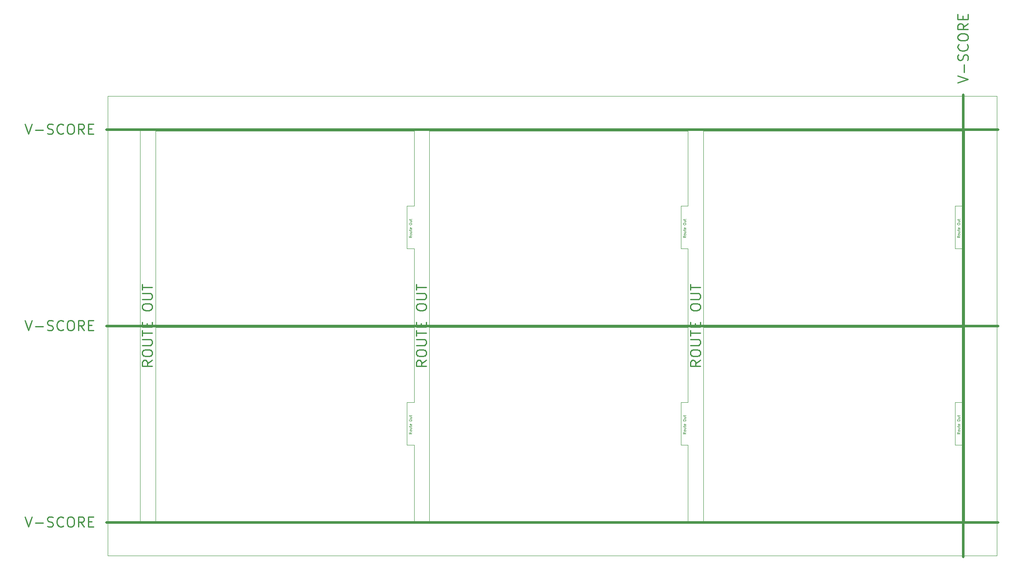
<source format=gko>
%TF.GenerationSoftware,KiCad,Pcbnew,7.0.6*%
%TF.CreationDate,2024-01-05T19:18:28-07:00*%
%TF.ProjectId,SparkFun_NEO-F10N_panelized,53706172-6b46-4756-9e5f-4e454f2d4631,rev?*%
%TF.SameCoordinates,Original*%
%TF.FileFunction,Soldermask,Bot*%
%TF.FilePolarity,Negative*%
%FSLAX46Y46*%
G04 Gerber Fmt 4.6, Leading zero omitted, Abs format (unit mm)*
G04 Created by KiCad (PCBNEW 7.0.6) date 2024-01-05 19:18:28*
%MOMM*%
%LPD*%
G01*
G04 APERTURE LIST*
%TA.AperFunction,Profile*%
%ADD10C,0.100000*%
%TD*%
%ADD11C,0.250000*%
%ADD12C,0.500000*%
%ADD13C,0.101600*%
G04 APERTURE END LIST*
D10*
X-3039428Y-500000D02*
X-3039428Y77200000D01*
X158980572Y-500000D02*
X-3039428Y-500000D01*
X158980572Y77200000D02*
X158980572Y-500000D01*
X-3039428Y77200000D02*
X158980572Y77200000D01*
X-9389428Y-6850000D02*
X-9389428Y83550000D01*
X165330572Y-6850000D02*
X-9389428Y-6850000D01*
X165330572Y83550000D02*
X165330572Y-6850000D01*
X-9389428Y83550000D02*
X165330572Y83550000D01*
X158480572Y61968000D02*
X157083572Y61968000D01*
X157083572Y53586000D01*
X158480572Y53586000D01*
X158480572Y38600000D01*
X107680572Y38600000D01*
X107680572Y76700000D01*
X158480572Y76700000D01*
X158480572Y61968000D01*
X158480572Y23368000D02*
X157083572Y23368000D01*
X157083572Y14986000D01*
X158480572Y14986000D01*
X158480572Y0D01*
X107680572Y0D01*
X107680572Y38100000D01*
X158480572Y38100000D01*
X158480572Y23368000D01*
X104640572Y61968000D02*
X103243572Y61968000D01*
X103243572Y53586000D01*
X104640572Y53586000D01*
X104640572Y38600000D01*
X53840572Y38600000D01*
X53840572Y76700000D01*
X104640572Y76700000D01*
X104640572Y61968000D01*
X104640572Y23368000D02*
X103243572Y23368000D01*
X103243572Y14986000D01*
X104640572Y14986000D01*
X104640572Y0D01*
X53840572Y0D01*
X53840572Y38100000D01*
X104640572Y38100000D01*
X104640572Y23368000D01*
X50800572Y61968000D02*
X49403572Y61968000D01*
X49403572Y53586000D01*
X50800572Y53586000D01*
X50800572Y38600000D01*
X572Y38600000D01*
X572Y76700000D01*
X50800572Y76700000D01*
X50800572Y61968000D01*
X50800572Y23368000D02*
X49403572Y23368000D01*
X49403572Y14986000D01*
X50800572Y14986000D01*
X50800572Y0D01*
X572Y0D01*
X572Y38100000D01*
X50800572Y38100000D01*
X50800572Y23368000D01*
D11*
X107072810Y31588095D02*
X106120429Y30921428D01*
X107072810Y30445238D02*
X105072810Y30445238D01*
X105072810Y30445238D02*
X105072810Y31207143D01*
X105072810Y31207143D02*
X105168048Y31397619D01*
X105168048Y31397619D02*
X105263286Y31492857D01*
X105263286Y31492857D02*
X105453762Y31588095D01*
X105453762Y31588095D02*
X105739476Y31588095D01*
X105739476Y31588095D02*
X105929952Y31492857D01*
X105929952Y31492857D02*
X106025191Y31397619D01*
X106025191Y31397619D02*
X106120429Y31207143D01*
X106120429Y31207143D02*
X106120429Y30445238D01*
X105072810Y32826190D02*
X105072810Y33207143D01*
X105072810Y33207143D02*
X105168048Y33397619D01*
X105168048Y33397619D02*
X105358524Y33588095D01*
X105358524Y33588095D02*
X105739476Y33683333D01*
X105739476Y33683333D02*
X106406143Y33683333D01*
X106406143Y33683333D02*
X106787095Y33588095D01*
X106787095Y33588095D02*
X106977572Y33397619D01*
X106977572Y33397619D02*
X107072810Y33207143D01*
X107072810Y33207143D02*
X107072810Y32826190D01*
X107072810Y32826190D02*
X106977572Y32635714D01*
X106977572Y32635714D02*
X106787095Y32445238D01*
X106787095Y32445238D02*
X106406143Y32350000D01*
X106406143Y32350000D02*
X105739476Y32350000D01*
X105739476Y32350000D02*
X105358524Y32445238D01*
X105358524Y32445238D02*
X105168048Y32635714D01*
X105168048Y32635714D02*
X105072810Y32826190D01*
X105072810Y34540476D02*
X106691857Y34540476D01*
X106691857Y34540476D02*
X106882333Y34635714D01*
X106882333Y34635714D02*
X106977572Y34730952D01*
X106977572Y34730952D02*
X107072810Y34921428D01*
X107072810Y34921428D02*
X107072810Y35302381D01*
X107072810Y35302381D02*
X106977572Y35492857D01*
X106977572Y35492857D02*
X106882333Y35588095D01*
X106882333Y35588095D02*
X106691857Y35683333D01*
X106691857Y35683333D02*
X105072810Y35683333D01*
X105072810Y36350000D02*
X105072810Y37492857D01*
X107072810Y36921428D02*
X105072810Y36921428D01*
X106025191Y38159524D02*
X106025191Y38826191D01*
X107072810Y39111905D02*
X107072810Y38159524D01*
X107072810Y38159524D02*
X105072810Y38159524D01*
X105072810Y38159524D02*
X105072810Y39111905D01*
X105072810Y41873810D02*
X105072810Y42254763D01*
X105072810Y42254763D02*
X105168048Y42445239D01*
X105168048Y42445239D02*
X105358524Y42635715D01*
X105358524Y42635715D02*
X105739476Y42730953D01*
X105739476Y42730953D02*
X106406143Y42730953D01*
X106406143Y42730953D02*
X106787095Y42635715D01*
X106787095Y42635715D02*
X106977572Y42445239D01*
X106977572Y42445239D02*
X107072810Y42254763D01*
X107072810Y42254763D02*
X107072810Y41873810D01*
X107072810Y41873810D02*
X106977572Y41683334D01*
X106977572Y41683334D02*
X106787095Y41492858D01*
X106787095Y41492858D02*
X106406143Y41397620D01*
X106406143Y41397620D02*
X105739476Y41397620D01*
X105739476Y41397620D02*
X105358524Y41492858D01*
X105358524Y41492858D02*
X105168048Y41683334D01*
X105168048Y41683334D02*
X105072810Y41873810D01*
X105072810Y43588096D02*
X106691857Y43588096D01*
X106691857Y43588096D02*
X106882333Y43683334D01*
X106882333Y43683334D02*
X106977572Y43778572D01*
X106977572Y43778572D02*
X107072810Y43969048D01*
X107072810Y43969048D02*
X107072810Y44350001D01*
X107072810Y44350001D02*
X106977572Y44540477D01*
X106977572Y44540477D02*
X106882333Y44635715D01*
X106882333Y44635715D02*
X106691857Y44730953D01*
X106691857Y44730953D02*
X105072810Y44730953D01*
X105072810Y45397620D02*
X105072810Y46540477D01*
X107072810Y45969048D02*
X105072810Y45969048D01*
X53232810Y31588095D02*
X52280429Y30921428D01*
X53232810Y30445238D02*
X51232810Y30445238D01*
X51232810Y30445238D02*
X51232810Y31207143D01*
X51232810Y31207143D02*
X51328048Y31397619D01*
X51328048Y31397619D02*
X51423286Y31492857D01*
X51423286Y31492857D02*
X51613762Y31588095D01*
X51613762Y31588095D02*
X51899476Y31588095D01*
X51899476Y31588095D02*
X52089952Y31492857D01*
X52089952Y31492857D02*
X52185191Y31397619D01*
X52185191Y31397619D02*
X52280429Y31207143D01*
X52280429Y31207143D02*
X52280429Y30445238D01*
X51232810Y32826190D02*
X51232810Y33207143D01*
X51232810Y33207143D02*
X51328048Y33397619D01*
X51328048Y33397619D02*
X51518524Y33588095D01*
X51518524Y33588095D02*
X51899476Y33683333D01*
X51899476Y33683333D02*
X52566143Y33683333D01*
X52566143Y33683333D02*
X52947095Y33588095D01*
X52947095Y33588095D02*
X53137572Y33397619D01*
X53137572Y33397619D02*
X53232810Y33207143D01*
X53232810Y33207143D02*
X53232810Y32826190D01*
X53232810Y32826190D02*
X53137572Y32635714D01*
X53137572Y32635714D02*
X52947095Y32445238D01*
X52947095Y32445238D02*
X52566143Y32350000D01*
X52566143Y32350000D02*
X51899476Y32350000D01*
X51899476Y32350000D02*
X51518524Y32445238D01*
X51518524Y32445238D02*
X51328048Y32635714D01*
X51328048Y32635714D02*
X51232810Y32826190D01*
X51232810Y34540476D02*
X52851857Y34540476D01*
X52851857Y34540476D02*
X53042333Y34635714D01*
X53042333Y34635714D02*
X53137572Y34730952D01*
X53137572Y34730952D02*
X53232810Y34921428D01*
X53232810Y34921428D02*
X53232810Y35302381D01*
X53232810Y35302381D02*
X53137572Y35492857D01*
X53137572Y35492857D02*
X53042333Y35588095D01*
X53042333Y35588095D02*
X52851857Y35683333D01*
X52851857Y35683333D02*
X51232810Y35683333D01*
X51232810Y36350000D02*
X51232810Y37492857D01*
X53232810Y36921428D02*
X51232810Y36921428D01*
X52185191Y38159524D02*
X52185191Y38826191D01*
X53232810Y39111905D02*
X53232810Y38159524D01*
X53232810Y38159524D02*
X51232810Y38159524D01*
X51232810Y38159524D02*
X51232810Y39111905D01*
X51232810Y41873810D02*
X51232810Y42254763D01*
X51232810Y42254763D02*
X51328048Y42445239D01*
X51328048Y42445239D02*
X51518524Y42635715D01*
X51518524Y42635715D02*
X51899476Y42730953D01*
X51899476Y42730953D02*
X52566143Y42730953D01*
X52566143Y42730953D02*
X52947095Y42635715D01*
X52947095Y42635715D02*
X53137572Y42445239D01*
X53137572Y42445239D02*
X53232810Y42254763D01*
X53232810Y42254763D02*
X53232810Y41873810D01*
X53232810Y41873810D02*
X53137572Y41683334D01*
X53137572Y41683334D02*
X52947095Y41492858D01*
X52947095Y41492858D02*
X52566143Y41397620D01*
X52566143Y41397620D02*
X51899476Y41397620D01*
X51899476Y41397620D02*
X51518524Y41492858D01*
X51518524Y41492858D02*
X51328048Y41683334D01*
X51328048Y41683334D02*
X51232810Y41873810D01*
X51232810Y43588096D02*
X52851857Y43588096D01*
X52851857Y43588096D02*
X53042333Y43683334D01*
X53042333Y43683334D02*
X53137572Y43778572D01*
X53137572Y43778572D02*
X53232810Y43969048D01*
X53232810Y43969048D02*
X53232810Y44350001D01*
X53232810Y44350001D02*
X53137572Y44540477D01*
X53137572Y44540477D02*
X53042333Y44635715D01*
X53042333Y44635715D02*
X52851857Y44730953D01*
X52851857Y44730953D02*
X51232810Y44730953D01*
X51232810Y45397620D02*
X51232810Y46540477D01*
X53232810Y45969048D02*
X51232810Y45969048D01*
X-607190Y31588095D02*
X-1559571Y30921428D01*
X-607190Y30445238D02*
X-2607190Y30445238D01*
X-2607190Y30445238D02*
X-2607190Y31207143D01*
X-2607190Y31207143D02*
X-2511952Y31397619D01*
X-2511952Y31397619D02*
X-2416714Y31492857D01*
X-2416714Y31492857D02*
X-2226238Y31588095D01*
X-2226238Y31588095D02*
X-1940524Y31588095D01*
X-1940524Y31588095D02*
X-1750048Y31492857D01*
X-1750048Y31492857D02*
X-1654809Y31397619D01*
X-1654809Y31397619D02*
X-1559571Y31207143D01*
X-1559571Y31207143D02*
X-1559571Y30445238D01*
X-2607190Y32826190D02*
X-2607190Y33207143D01*
X-2607190Y33207143D02*
X-2511952Y33397619D01*
X-2511952Y33397619D02*
X-2321476Y33588095D01*
X-2321476Y33588095D02*
X-1940524Y33683333D01*
X-1940524Y33683333D02*
X-1273857Y33683333D01*
X-1273857Y33683333D02*
X-892905Y33588095D01*
X-892905Y33588095D02*
X-702428Y33397619D01*
X-702428Y33397619D02*
X-607190Y33207143D01*
X-607190Y33207143D02*
X-607190Y32826190D01*
X-607190Y32826190D02*
X-702428Y32635714D01*
X-702428Y32635714D02*
X-892905Y32445238D01*
X-892905Y32445238D02*
X-1273857Y32350000D01*
X-1273857Y32350000D02*
X-1940524Y32350000D01*
X-1940524Y32350000D02*
X-2321476Y32445238D01*
X-2321476Y32445238D02*
X-2511952Y32635714D01*
X-2511952Y32635714D02*
X-2607190Y32826190D01*
X-2607190Y34540476D02*
X-988143Y34540476D01*
X-988143Y34540476D02*
X-797667Y34635714D01*
X-797667Y34635714D02*
X-702428Y34730952D01*
X-702428Y34730952D02*
X-607190Y34921428D01*
X-607190Y34921428D02*
X-607190Y35302381D01*
X-607190Y35302381D02*
X-702428Y35492857D01*
X-702428Y35492857D02*
X-797667Y35588095D01*
X-797667Y35588095D02*
X-988143Y35683333D01*
X-988143Y35683333D02*
X-2607190Y35683333D01*
X-2607190Y36350000D02*
X-2607190Y37492857D01*
X-607190Y36921428D02*
X-2607190Y36921428D01*
X-1654809Y38159524D02*
X-1654809Y38826191D01*
X-607190Y39111905D02*
X-607190Y38159524D01*
X-607190Y38159524D02*
X-2607190Y38159524D01*
X-2607190Y38159524D02*
X-2607190Y39111905D01*
X-2607190Y41873810D02*
X-2607190Y42254763D01*
X-2607190Y42254763D02*
X-2511952Y42445239D01*
X-2511952Y42445239D02*
X-2321476Y42635715D01*
X-2321476Y42635715D02*
X-1940524Y42730953D01*
X-1940524Y42730953D02*
X-1273857Y42730953D01*
X-1273857Y42730953D02*
X-892905Y42635715D01*
X-892905Y42635715D02*
X-702428Y42445239D01*
X-702428Y42445239D02*
X-607190Y42254763D01*
X-607190Y42254763D02*
X-607190Y41873810D01*
X-607190Y41873810D02*
X-702428Y41683334D01*
X-702428Y41683334D02*
X-892905Y41492858D01*
X-892905Y41492858D02*
X-1273857Y41397620D01*
X-1273857Y41397620D02*
X-1940524Y41397620D01*
X-1940524Y41397620D02*
X-2321476Y41492858D01*
X-2321476Y41492858D02*
X-2511952Y41683334D01*
X-2511952Y41683334D02*
X-2607190Y41873810D01*
X-2607190Y43588096D02*
X-988143Y43588096D01*
X-988143Y43588096D02*
X-797667Y43683334D01*
X-797667Y43683334D02*
X-702428Y43778572D01*
X-702428Y43778572D02*
X-607190Y43969048D01*
X-607190Y43969048D02*
X-607190Y44350001D01*
X-607190Y44350001D02*
X-702428Y44540477D01*
X-702428Y44540477D02*
X-797667Y44635715D01*
X-797667Y44635715D02*
X-988143Y44730953D01*
X-988143Y44730953D02*
X-2607190Y44730953D01*
X-2607190Y45397620D02*
X-2607190Y46540477D01*
X-607190Y45969048D02*
X-2607190Y45969048D01*
X-25613425Y837762D02*
X-24946759Y-1162238D01*
X-24946759Y-1162238D02*
X-24280092Y837762D01*
X-23613425Y-400333D02*
X-22089615Y-400333D01*
X-21232473Y-1067000D02*
X-20946759Y-1162238D01*
X-20946759Y-1162238D02*
X-20470568Y-1162238D01*
X-20470568Y-1162238D02*
X-20280092Y-1067000D01*
X-20280092Y-1067000D02*
X-20184854Y-971761D01*
X-20184854Y-971761D02*
X-20089616Y-781285D01*
X-20089616Y-781285D02*
X-20089616Y-590809D01*
X-20089616Y-590809D02*
X-20184854Y-400333D01*
X-20184854Y-400333D02*
X-20280092Y-305095D01*
X-20280092Y-305095D02*
X-20470568Y-209857D01*
X-20470568Y-209857D02*
X-20851521Y-114619D01*
X-20851521Y-114619D02*
X-21041997Y-19380D01*
X-21041997Y-19380D02*
X-21137235Y75858D01*
X-21137235Y75858D02*
X-21232473Y266334D01*
X-21232473Y266334D02*
X-21232473Y456810D01*
X-21232473Y456810D02*
X-21137235Y647286D01*
X-21137235Y647286D02*
X-21041997Y742524D01*
X-21041997Y742524D02*
X-20851521Y837762D01*
X-20851521Y837762D02*
X-20375330Y837762D01*
X-20375330Y837762D02*
X-20089616Y742524D01*
X-18089616Y-971761D02*
X-18184854Y-1067000D01*
X-18184854Y-1067000D02*
X-18470568Y-1162238D01*
X-18470568Y-1162238D02*
X-18661044Y-1162238D01*
X-18661044Y-1162238D02*
X-18946759Y-1067000D01*
X-18946759Y-1067000D02*
X-19137235Y-876523D01*
X-19137235Y-876523D02*
X-19232473Y-686047D01*
X-19232473Y-686047D02*
X-19327711Y-305095D01*
X-19327711Y-305095D02*
X-19327711Y-19380D01*
X-19327711Y-19380D02*
X-19232473Y361572D01*
X-19232473Y361572D02*
X-19137235Y552048D01*
X-19137235Y552048D02*
X-18946759Y742524D01*
X-18946759Y742524D02*
X-18661044Y837762D01*
X-18661044Y837762D02*
X-18470568Y837762D01*
X-18470568Y837762D02*
X-18184854Y742524D01*
X-18184854Y742524D02*
X-18089616Y647286D01*
X-16851521Y837762D02*
X-16470568Y837762D01*
X-16470568Y837762D02*
X-16280092Y742524D01*
X-16280092Y742524D02*
X-16089616Y552048D01*
X-16089616Y552048D02*
X-15994378Y171096D01*
X-15994378Y171096D02*
X-15994378Y-495571D01*
X-15994378Y-495571D02*
X-16089616Y-876523D01*
X-16089616Y-876523D02*
X-16280092Y-1067000D01*
X-16280092Y-1067000D02*
X-16470568Y-1162238D01*
X-16470568Y-1162238D02*
X-16851521Y-1162238D01*
X-16851521Y-1162238D02*
X-17041997Y-1067000D01*
X-17041997Y-1067000D02*
X-17232473Y-876523D01*
X-17232473Y-876523D02*
X-17327711Y-495571D01*
X-17327711Y-495571D02*
X-17327711Y171096D01*
X-17327711Y171096D02*
X-17232473Y552048D01*
X-17232473Y552048D02*
X-17041997Y742524D01*
X-17041997Y742524D02*
X-16851521Y837762D01*
X-13994378Y-1162238D02*
X-14661045Y-209857D01*
X-15137235Y-1162238D02*
X-15137235Y837762D01*
X-15137235Y837762D02*
X-14375330Y837762D01*
X-14375330Y837762D02*
X-14184854Y742524D01*
X-14184854Y742524D02*
X-14089616Y647286D01*
X-14089616Y647286D02*
X-13994378Y456810D01*
X-13994378Y456810D02*
X-13994378Y171096D01*
X-13994378Y171096D02*
X-14089616Y-19380D01*
X-14089616Y-19380D02*
X-14184854Y-114619D01*
X-14184854Y-114619D02*
X-14375330Y-209857D01*
X-14375330Y-209857D02*
X-15137235Y-209857D01*
X-13137235Y-114619D02*
X-12470568Y-114619D01*
X-12184854Y-1162238D02*
X-13137235Y-1162238D01*
X-13137235Y-1162238D02*
X-13137235Y837762D01*
X-13137235Y837762D02*
X-12184854Y837762D01*
D12*
X-9639428Y-250000D02*
X165580572Y-250000D01*
D11*
X-25613425Y39437762D02*
X-24946759Y37437762D01*
X-24946759Y37437762D02*
X-24280092Y39437762D01*
X-23613425Y38199667D02*
X-22089615Y38199667D01*
X-21232473Y37533000D02*
X-20946759Y37437762D01*
X-20946759Y37437762D02*
X-20470568Y37437762D01*
X-20470568Y37437762D02*
X-20280092Y37533000D01*
X-20280092Y37533000D02*
X-20184854Y37628239D01*
X-20184854Y37628239D02*
X-20089616Y37818715D01*
X-20089616Y37818715D02*
X-20089616Y38009191D01*
X-20089616Y38009191D02*
X-20184854Y38199667D01*
X-20184854Y38199667D02*
X-20280092Y38294905D01*
X-20280092Y38294905D02*
X-20470568Y38390143D01*
X-20470568Y38390143D02*
X-20851521Y38485381D01*
X-20851521Y38485381D02*
X-21041997Y38580620D01*
X-21041997Y38580620D02*
X-21137235Y38675858D01*
X-21137235Y38675858D02*
X-21232473Y38866334D01*
X-21232473Y38866334D02*
X-21232473Y39056810D01*
X-21232473Y39056810D02*
X-21137235Y39247286D01*
X-21137235Y39247286D02*
X-21041997Y39342524D01*
X-21041997Y39342524D02*
X-20851521Y39437762D01*
X-20851521Y39437762D02*
X-20375330Y39437762D01*
X-20375330Y39437762D02*
X-20089616Y39342524D01*
X-18089616Y37628239D02*
X-18184854Y37533000D01*
X-18184854Y37533000D02*
X-18470568Y37437762D01*
X-18470568Y37437762D02*
X-18661044Y37437762D01*
X-18661044Y37437762D02*
X-18946759Y37533000D01*
X-18946759Y37533000D02*
X-19137235Y37723477D01*
X-19137235Y37723477D02*
X-19232473Y37913953D01*
X-19232473Y37913953D02*
X-19327711Y38294905D01*
X-19327711Y38294905D02*
X-19327711Y38580620D01*
X-19327711Y38580620D02*
X-19232473Y38961572D01*
X-19232473Y38961572D02*
X-19137235Y39152048D01*
X-19137235Y39152048D02*
X-18946759Y39342524D01*
X-18946759Y39342524D02*
X-18661044Y39437762D01*
X-18661044Y39437762D02*
X-18470568Y39437762D01*
X-18470568Y39437762D02*
X-18184854Y39342524D01*
X-18184854Y39342524D02*
X-18089616Y39247286D01*
X-16851521Y39437762D02*
X-16470568Y39437762D01*
X-16470568Y39437762D02*
X-16280092Y39342524D01*
X-16280092Y39342524D02*
X-16089616Y39152048D01*
X-16089616Y39152048D02*
X-15994378Y38771096D01*
X-15994378Y38771096D02*
X-15994378Y38104429D01*
X-15994378Y38104429D02*
X-16089616Y37723477D01*
X-16089616Y37723477D02*
X-16280092Y37533000D01*
X-16280092Y37533000D02*
X-16470568Y37437762D01*
X-16470568Y37437762D02*
X-16851521Y37437762D01*
X-16851521Y37437762D02*
X-17041997Y37533000D01*
X-17041997Y37533000D02*
X-17232473Y37723477D01*
X-17232473Y37723477D02*
X-17327711Y38104429D01*
X-17327711Y38104429D02*
X-17327711Y38771096D01*
X-17327711Y38771096D02*
X-17232473Y39152048D01*
X-17232473Y39152048D02*
X-17041997Y39342524D01*
X-17041997Y39342524D02*
X-16851521Y39437762D01*
X-13994378Y37437762D02*
X-14661045Y38390143D01*
X-15137235Y37437762D02*
X-15137235Y39437762D01*
X-15137235Y39437762D02*
X-14375330Y39437762D01*
X-14375330Y39437762D02*
X-14184854Y39342524D01*
X-14184854Y39342524D02*
X-14089616Y39247286D01*
X-14089616Y39247286D02*
X-13994378Y39056810D01*
X-13994378Y39056810D02*
X-13994378Y38771096D01*
X-13994378Y38771096D02*
X-14089616Y38580620D01*
X-14089616Y38580620D02*
X-14184854Y38485381D01*
X-14184854Y38485381D02*
X-14375330Y38390143D01*
X-14375330Y38390143D02*
X-15137235Y38390143D01*
X-13137235Y38485381D02*
X-12470568Y38485381D01*
X-12184854Y37437762D02*
X-13137235Y37437762D01*
X-13137235Y37437762D02*
X-13137235Y39437762D01*
X-13137235Y39437762D02*
X-12184854Y39437762D01*
D12*
X-9639428Y38350000D02*
X165580572Y38350000D01*
D11*
X-25613425Y78037762D02*
X-24946759Y76037762D01*
X-24946759Y76037762D02*
X-24280092Y78037762D01*
X-23613425Y76799667D02*
X-22089615Y76799667D01*
X-21232473Y76133000D02*
X-20946759Y76037762D01*
X-20946759Y76037762D02*
X-20470568Y76037762D01*
X-20470568Y76037762D02*
X-20280092Y76133000D01*
X-20280092Y76133000D02*
X-20184854Y76228239D01*
X-20184854Y76228239D02*
X-20089616Y76418715D01*
X-20089616Y76418715D02*
X-20089616Y76609191D01*
X-20089616Y76609191D02*
X-20184854Y76799667D01*
X-20184854Y76799667D02*
X-20280092Y76894905D01*
X-20280092Y76894905D02*
X-20470568Y76990143D01*
X-20470568Y76990143D02*
X-20851521Y77085381D01*
X-20851521Y77085381D02*
X-21041997Y77180620D01*
X-21041997Y77180620D02*
X-21137235Y77275858D01*
X-21137235Y77275858D02*
X-21232473Y77466334D01*
X-21232473Y77466334D02*
X-21232473Y77656810D01*
X-21232473Y77656810D02*
X-21137235Y77847286D01*
X-21137235Y77847286D02*
X-21041997Y77942524D01*
X-21041997Y77942524D02*
X-20851521Y78037762D01*
X-20851521Y78037762D02*
X-20375330Y78037762D01*
X-20375330Y78037762D02*
X-20089616Y77942524D01*
X-18089616Y76228239D02*
X-18184854Y76133000D01*
X-18184854Y76133000D02*
X-18470568Y76037762D01*
X-18470568Y76037762D02*
X-18661044Y76037762D01*
X-18661044Y76037762D02*
X-18946759Y76133000D01*
X-18946759Y76133000D02*
X-19137235Y76323477D01*
X-19137235Y76323477D02*
X-19232473Y76513953D01*
X-19232473Y76513953D02*
X-19327711Y76894905D01*
X-19327711Y76894905D02*
X-19327711Y77180620D01*
X-19327711Y77180620D02*
X-19232473Y77561572D01*
X-19232473Y77561572D02*
X-19137235Y77752048D01*
X-19137235Y77752048D02*
X-18946759Y77942524D01*
X-18946759Y77942524D02*
X-18661044Y78037762D01*
X-18661044Y78037762D02*
X-18470568Y78037762D01*
X-18470568Y78037762D02*
X-18184854Y77942524D01*
X-18184854Y77942524D02*
X-18089616Y77847286D01*
X-16851521Y78037762D02*
X-16470568Y78037762D01*
X-16470568Y78037762D02*
X-16280092Y77942524D01*
X-16280092Y77942524D02*
X-16089616Y77752048D01*
X-16089616Y77752048D02*
X-15994378Y77371096D01*
X-15994378Y77371096D02*
X-15994378Y76704429D01*
X-15994378Y76704429D02*
X-16089616Y76323477D01*
X-16089616Y76323477D02*
X-16280092Y76133000D01*
X-16280092Y76133000D02*
X-16470568Y76037762D01*
X-16470568Y76037762D02*
X-16851521Y76037762D01*
X-16851521Y76037762D02*
X-17041997Y76133000D01*
X-17041997Y76133000D02*
X-17232473Y76323477D01*
X-17232473Y76323477D02*
X-17327711Y76704429D01*
X-17327711Y76704429D02*
X-17327711Y77371096D01*
X-17327711Y77371096D02*
X-17232473Y77752048D01*
X-17232473Y77752048D02*
X-17041997Y77942524D01*
X-17041997Y77942524D02*
X-16851521Y78037762D01*
X-13994378Y76037762D02*
X-14661045Y76990143D01*
X-15137235Y76037762D02*
X-15137235Y78037762D01*
X-15137235Y78037762D02*
X-14375330Y78037762D01*
X-14375330Y78037762D02*
X-14184854Y77942524D01*
X-14184854Y77942524D02*
X-14089616Y77847286D01*
X-14089616Y77847286D02*
X-13994378Y77656810D01*
X-13994378Y77656810D02*
X-13994378Y77371096D01*
X-13994378Y77371096D02*
X-14089616Y77180620D01*
X-14089616Y77180620D02*
X-14184854Y77085381D01*
X-14184854Y77085381D02*
X-14375330Y76990143D01*
X-14375330Y76990143D02*
X-15137235Y76990143D01*
X-13137235Y77085381D02*
X-12470568Y77085381D01*
X-12184854Y76037762D02*
X-13137235Y76037762D01*
X-13137235Y76037762D02*
X-13137235Y78037762D01*
X-13137235Y78037762D02*
X-12184854Y78037762D01*
D12*
X-9639428Y76950000D02*
X165580572Y76950000D01*
D11*
X157642810Y86154950D02*
X159642810Y86821616D01*
X159642810Y86821616D02*
X157642810Y87488283D01*
X158880905Y88154950D02*
X158880905Y89678759D01*
X159547572Y90535902D02*
X159642810Y90821616D01*
X159642810Y90821616D02*
X159642810Y91297807D01*
X159642810Y91297807D02*
X159547572Y91488283D01*
X159547572Y91488283D02*
X159452333Y91583521D01*
X159452333Y91583521D02*
X159261857Y91678759D01*
X159261857Y91678759D02*
X159071381Y91678759D01*
X159071381Y91678759D02*
X158880905Y91583521D01*
X158880905Y91583521D02*
X158785667Y91488283D01*
X158785667Y91488283D02*
X158690429Y91297807D01*
X158690429Y91297807D02*
X158595191Y90916854D01*
X158595191Y90916854D02*
X158499952Y90726378D01*
X158499952Y90726378D02*
X158404714Y90631140D01*
X158404714Y90631140D02*
X158214238Y90535902D01*
X158214238Y90535902D02*
X158023762Y90535902D01*
X158023762Y90535902D02*
X157833286Y90631140D01*
X157833286Y90631140D02*
X157738048Y90726378D01*
X157738048Y90726378D02*
X157642810Y90916854D01*
X157642810Y90916854D02*
X157642810Y91393045D01*
X157642810Y91393045D02*
X157738048Y91678759D01*
X159452333Y93678759D02*
X159547572Y93583521D01*
X159547572Y93583521D02*
X159642810Y93297807D01*
X159642810Y93297807D02*
X159642810Y93107331D01*
X159642810Y93107331D02*
X159547572Y92821616D01*
X159547572Y92821616D02*
X159357095Y92631140D01*
X159357095Y92631140D02*
X159166619Y92535902D01*
X159166619Y92535902D02*
X158785667Y92440664D01*
X158785667Y92440664D02*
X158499952Y92440664D01*
X158499952Y92440664D02*
X158119000Y92535902D01*
X158119000Y92535902D02*
X157928524Y92631140D01*
X157928524Y92631140D02*
X157738048Y92821616D01*
X157738048Y92821616D02*
X157642810Y93107331D01*
X157642810Y93107331D02*
X157642810Y93297807D01*
X157642810Y93297807D02*
X157738048Y93583521D01*
X157738048Y93583521D02*
X157833286Y93678759D01*
X157642810Y94916854D02*
X157642810Y95297807D01*
X157642810Y95297807D02*
X157738048Y95488283D01*
X157738048Y95488283D02*
X157928524Y95678759D01*
X157928524Y95678759D02*
X158309476Y95773997D01*
X158309476Y95773997D02*
X158976143Y95773997D01*
X158976143Y95773997D02*
X159357095Y95678759D01*
X159357095Y95678759D02*
X159547572Y95488283D01*
X159547572Y95488283D02*
X159642810Y95297807D01*
X159642810Y95297807D02*
X159642810Y94916854D01*
X159642810Y94916854D02*
X159547572Y94726378D01*
X159547572Y94726378D02*
X159357095Y94535902D01*
X159357095Y94535902D02*
X158976143Y94440664D01*
X158976143Y94440664D02*
X158309476Y94440664D01*
X158309476Y94440664D02*
X157928524Y94535902D01*
X157928524Y94535902D02*
X157738048Y94726378D01*
X157738048Y94726378D02*
X157642810Y94916854D01*
X159642810Y97773997D02*
X158690429Y97107330D01*
X159642810Y96631140D02*
X157642810Y96631140D01*
X157642810Y96631140D02*
X157642810Y97393045D01*
X157642810Y97393045D02*
X157738048Y97583521D01*
X157738048Y97583521D02*
X157833286Y97678759D01*
X157833286Y97678759D02*
X158023762Y97773997D01*
X158023762Y97773997D02*
X158309476Y97773997D01*
X158309476Y97773997D02*
X158499952Y97678759D01*
X158499952Y97678759D02*
X158595191Y97583521D01*
X158595191Y97583521D02*
X158690429Y97393045D01*
X158690429Y97393045D02*
X158690429Y96631140D01*
X158595191Y98631140D02*
X158595191Y99297807D01*
X159642810Y99583521D02*
X159642810Y98631140D01*
X159642810Y98631140D02*
X157642810Y98631140D01*
X157642810Y98631140D02*
X157642810Y99583521D01*
D12*
X158730572Y83800000D02*
X158730572Y-7100000D01*
D13*
X158032118Y56023191D02*
X157790213Y55853857D01*
X158032118Y55732905D02*
X157524118Y55732905D01*
X157524118Y55732905D02*
X157524118Y55926429D01*
X157524118Y55926429D02*
X157548308Y55974810D01*
X157548308Y55974810D02*
X157572499Y55999000D01*
X157572499Y55999000D02*
X157620880Y56023191D01*
X157620880Y56023191D02*
X157693451Y56023191D01*
X157693451Y56023191D02*
X157741832Y55999000D01*
X157741832Y55999000D02*
X157766023Y55974810D01*
X157766023Y55974810D02*
X157790213Y55926429D01*
X157790213Y55926429D02*
X157790213Y55732905D01*
X158032118Y56313476D02*
X158007928Y56265095D01*
X158007928Y56265095D02*
X157983737Y56240905D01*
X157983737Y56240905D02*
X157935356Y56216714D01*
X157935356Y56216714D02*
X157790213Y56216714D01*
X157790213Y56216714D02*
X157741832Y56240905D01*
X157741832Y56240905D02*
X157717642Y56265095D01*
X157717642Y56265095D02*
X157693451Y56313476D01*
X157693451Y56313476D02*
X157693451Y56386048D01*
X157693451Y56386048D02*
X157717642Y56434429D01*
X157717642Y56434429D02*
X157741832Y56458619D01*
X157741832Y56458619D02*
X157790213Y56482810D01*
X157790213Y56482810D02*
X157935356Y56482810D01*
X157935356Y56482810D02*
X157983737Y56458619D01*
X157983737Y56458619D02*
X158007928Y56434429D01*
X158007928Y56434429D02*
X158032118Y56386048D01*
X158032118Y56386048D02*
X158032118Y56313476D01*
X157693451Y56918238D02*
X158032118Y56918238D01*
X157693451Y56700524D02*
X157959547Y56700524D01*
X157959547Y56700524D02*
X158007928Y56724714D01*
X158007928Y56724714D02*
X158032118Y56773095D01*
X158032118Y56773095D02*
X158032118Y56845667D01*
X158032118Y56845667D02*
X158007928Y56894048D01*
X158007928Y56894048D02*
X157983737Y56918238D01*
X157693451Y57087571D02*
X157693451Y57281095D01*
X157524118Y57160143D02*
X157959547Y57160143D01*
X157959547Y57160143D02*
X158007928Y57184333D01*
X158007928Y57184333D02*
X158032118Y57232714D01*
X158032118Y57232714D02*
X158032118Y57281095D01*
X158007928Y57643953D02*
X158032118Y57595572D01*
X158032118Y57595572D02*
X158032118Y57498810D01*
X158032118Y57498810D02*
X158007928Y57450429D01*
X158007928Y57450429D02*
X157959547Y57426238D01*
X157959547Y57426238D02*
X157766023Y57426238D01*
X157766023Y57426238D02*
X157717642Y57450429D01*
X157717642Y57450429D02*
X157693451Y57498810D01*
X157693451Y57498810D02*
X157693451Y57595572D01*
X157693451Y57595572D02*
X157717642Y57643953D01*
X157717642Y57643953D02*
X157766023Y57668143D01*
X157766023Y57668143D02*
X157814404Y57668143D01*
X157814404Y57668143D02*
X157862785Y57426238D01*
X157524118Y58369668D02*
X157524118Y58466430D01*
X157524118Y58466430D02*
X157548308Y58514811D01*
X157548308Y58514811D02*
X157596689Y58563192D01*
X157596689Y58563192D02*
X157693451Y58587382D01*
X157693451Y58587382D02*
X157862785Y58587382D01*
X157862785Y58587382D02*
X157959547Y58563192D01*
X157959547Y58563192D02*
X158007928Y58514811D01*
X158007928Y58514811D02*
X158032118Y58466430D01*
X158032118Y58466430D02*
X158032118Y58369668D01*
X158032118Y58369668D02*
X158007928Y58321287D01*
X158007928Y58321287D02*
X157959547Y58272906D01*
X157959547Y58272906D02*
X157862785Y58248715D01*
X157862785Y58248715D02*
X157693451Y58248715D01*
X157693451Y58248715D02*
X157596689Y58272906D01*
X157596689Y58272906D02*
X157548308Y58321287D01*
X157548308Y58321287D02*
X157524118Y58369668D01*
X157693451Y59022810D02*
X158032118Y59022810D01*
X157693451Y58805096D02*
X157959547Y58805096D01*
X157959547Y58805096D02*
X158007928Y58829286D01*
X158007928Y58829286D02*
X158032118Y58877667D01*
X158032118Y58877667D02*
X158032118Y58950239D01*
X158032118Y58950239D02*
X158007928Y58998620D01*
X158007928Y58998620D02*
X157983737Y59022810D01*
X157693451Y59192143D02*
X157693451Y59385667D01*
X157524118Y59264715D02*
X157959547Y59264715D01*
X157959547Y59264715D02*
X158007928Y59288905D01*
X158007928Y59288905D02*
X158032118Y59337286D01*
X158032118Y59337286D02*
X158032118Y59385667D01*
X158032118Y17423191D02*
X157790213Y17253857D01*
X158032118Y17132905D02*
X157524118Y17132905D01*
X157524118Y17132905D02*
X157524118Y17326429D01*
X157524118Y17326429D02*
X157548308Y17374810D01*
X157548308Y17374810D02*
X157572499Y17399000D01*
X157572499Y17399000D02*
X157620880Y17423191D01*
X157620880Y17423191D02*
X157693451Y17423191D01*
X157693451Y17423191D02*
X157741832Y17399000D01*
X157741832Y17399000D02*
X157766023Y17374810D01*
X157766023Y17374810D02*
X157790213Y17326429D01*
X157790213Y17326429D02*
X157790213Y17132905D01*
X158032118Y17713476D02*
X158007928Y17665095D01*
X158007928Y17665095D02*
X157983737Y17640905D01*
X157983737Y17640905D02*
X157935356Y17616714D01*
X157935356Y17616714D02*
X157790213Y17616714D01*
X157790213Y17616714D02*
X157741832Y17640905D01*
X157741832Y17640905D02*
X157717642Y17665095D01*
X157717642Y17665095D02*
X157693451Y17713476D01*
X157693451Y17713476D02*
X157693451Y17786048D01*
X157693451Y17786048D02*
X157717642Y17834429D01*
X157717642Y17834429D02*
X157741832Y17858619D01*
X157741832Y17858619D02*
X157790213Y17882810D01*
X157790213Y17882810D02*
X157935356Y17882810D01*
X157935356Y17882810D02*
X157983737Y17858619D01*
X157983737Y17858619D02*
X158007928Y17834429D01*
X158007928Y17834429D02*
X158032118Y17786048D01*
X158032118Y17786048D02*
X158032118Y17713476D01*
X157693451Y18318238D02*
X158032118Y18318238D01*
X157693451Y18100524D02*
X157959547Y18100524D01*
X157959547Y18100524D02*
X158007928Y18124714D01*
X158007928Y18124714D02*
X158032118Y18173095D01*
X158032118Y18173095D02*
X158032118Y18245667D01*
X158032118Y18245667D02*
X158007928Y18294048D01*
X158007928Y18294048D02*
X157983737Y18318238D01*
X157693451Y18487571D02*
X157693451Y18681095D01*
X157524118Y18560143D02*
X157959547Y18560143D01*
X157959547Y18560143D02*
X158007928Y18584333D01*
X158007928Y18584333D02*
X158032118Y18632714D01*
X158032118Y18632714D02*
X158032118Y18681095D01*
X158007928Y19043953D02*
X158032118Y18995572D01*
X158032118Y18995572D02*
X158032118Y18898810D01*
X158032118Y18898810D02*
X158007928Y18850429D01*
X158007928Y18850429D02*
X157959547Y18826238D01*
X157959547Y18826238D02*
X157766023Y18826238D01*
X157766023Y18826238D02*
X157717642Y18850429D01*
X157717642Y18850429D02*
X157693451Y18898810D01*
X157693451Y18898810D02*
X157693451Y18995572D01*
X157693451Y18995572D02*
X157717642Y19043953D01*
X157717642Y19043953D02*
X157766023Y19068143D01*
X157766023Y19068143D02*
X157814404Y19068143D01*
X157814404Y19068143D02*
X157862785Y18826238D01*
X157524118Y19769668D02*
X157524118Y19866430D01*
X157524118Y19866430D02*
X157548308Y19914811D01*
X157548308Y19914811D02*
X157596689Y19963192D01*
X157596689Y19963192D02*
X157693451Y19987382D01*
X157693451Y19987382D02*
X157862785Y19987382D01*
X157862785Y19987382D02*
X157959547Y19963192D01*
X157959547Y19963192D02*
X158007928Y19914811D01*
X158007928Y19914811D02*
X158032118Y19866430D01*
X158032118Y19866430D02*
X158032118Y19769668D01*
X158032118Y19769668D02*
X158007928Y19721287D01*
X158007928Y19721287D02*
X157959547Y19672906D01*
X157959547Y19672906D02*
X157862785Y19648715D01*
X157862785Y19648715D02*
X157693451Y19648715D01*
X157693451Y19648715D02*
X157596689Y19672906D01*
X157596689Y19672906D02*
X157548308Y19721287D01*
X157548308Y19721287D02*
X157524118Y19769668D01*
X157693451Y20422810D02*
X158032118Y20422810D01*
X157693451Y20205096D02*
X157959547Y20205096D01*
X157959547Y20205096D02*
X158007928Y20229286D01*
X158007928Y20229286D02*
X158032118Y20277667D01*
X158032118Y20277667D02*
X158032118Y20350239D01*
X158032118Y20350239D02*
X158007928Y20398620D01*
X158007928Y20398620D02*
X157983737Y20422810D01*
X157693451Y20592143D02*
X157693451Y20785667D01*
X157524118Y20664715D02*
X157959547Y20664715D01*
X157959547Y20664715D02*
X158007928Y20688905D01*
X158007928Y20688905D02*
X158032118Y20737286D01*
X158032118Y20737286D02*
X158032118Y20785667D01*
X104192118Y56023191D02*
X103950213Y55853857D01*
X104192118Y55732905D02*
X103684118Y55732905D01*
X103684118Y55732905D02*
X103684118Y55926429D01*
X103684118Y55926429D02*
X103708308Y55974810D01*
X103708308Y55974810D02*
X103732499Y55999000D01*
X103732499Y55999000D02*
X103780880Y56023191D01*
X103780880Y56023191D02*
X103853451Y56023191D01*
X103853451Y56023191D02*
X103901832Y55999000D01*
X103901832Y55999000D02*
X103926023Y55974810D01*
X103926023Y55974810D02*
X103950213Y55926429D01*
X103950213Y55926429D02*
X103950213Y55732905D01*
X104192118Y56313476D02*
X104167928Y56265095D01*
X104167928Y56265095D02*
X104143737Y56240905D01*
X104143737Y56240905D02*
X104095356Y56216714D01*
X104095356Y56216714D02*
X103950213Y56216714D01*
X103950213Y56216714D02*
X103901832Y56240905D01*
X103901832Y56240905D02*
X103877642Y56265095D01*
X103877642Y56265095D02*
X103853451Y56313476D01*
X103853451Y56313476D02*
X103853451Y56386048D01*
X103853451Y56386048D02*
X103877642Y56434429D01*
X103877642Y56434429D02*
X103901832Y56458619D01*
X103901832Y56458619D02*
X103950213Y56482810D01*
X103950213Y56482810D02*
X104095356Y56482810D01*
X104095356Y56482810D02*
X104143737Y56458619D01*
X104143737Y56458619D02*
X104167928Y56434429D01*
X104167928Y56434429D02*
X104192118Y56386048D01*
X104192118Y56386048D02*
X104192118Y56313476D01*
X103853451Y56918238D02*
X104192118Y56918238D01*
X103853451Y56700524D02*
X104119547Y56700524D01*
X104119547Y56700524D02*
X104167928Y56724714D01*
X104167928Y56724714D02*
X104192118Y56773095D01*
X104192118Y56773095D02*
X104192118Y56845667D01*
X104192118Y56845667D02*
X104167928Y56894048D01*
X104167928Y56894048D02*
X104143737Y56918238D01*
X103853451Y57087571D02*
X103853451Y57281095D01*
X103684118Y57160143D02*
X104119547Y57160143D01*
X104119547Y57160143D02*
X104167928Y57184333D01*
X104167928Y57184333D02*
X104192118Y57232714D01*
X104192118Y57232714D02*
X104192118Y57281095D01*
X104167928Y57643953D02*
X104192118Y57595572D01*
X104192118Y57595572D02*
X104192118Y57498810D01*
X104192118Y57498810D02*
X104167928Y57450429D01*
X104167928Y57450429D02*
X104119547Y57426238D01*
X104119547Y57426238D02*
X103926023Y57426238D01*
X103926023Y57426238D02*
X103877642Y57450429D01*
X103877642Y57450429D02*
X103853451Y57498810D01*
X103853451Y57498810D02*
X103853451Y57595572D01*
X103853451Y57595572D02*
X103877642Y57643953D01*
X103877642Y57643953D02*
X103926023Y57668143D01*
X103926023Y57668143D02*
X103974404Y57668143D01*
X103974404Y57668143D02*
X104022785Y57426238D01*
X103684118Y58369668D02*
X103684118Y58466430D01*
X103684118Y58466430D02*
X103708308Y58514811D01*
X103708308Y58514811D02*
X103756689Y58563192D01*
X103756689Y58563192D02*
X103853451Y58587382D01*
X103853451Y58587382D02*
X104022785Y58587382D01*
X104022785Y58587382D02*
X104119547Y58563192D01*
X104119547Y58563192D02*
X104167928Y58514811D01*
X104167928Y58514811D02*
X104192118Y58466430D01*
X104192118Y58466430D02*
X104192118Y58369668D01*
X104192118Y58369668D02*
X104167928Y58321287D01*
X104167928Y58321287D02*
X104119547Y58272906D01*
X104119547Y58272906D02*
X104022785Y58248715D01*
X104022785Y58248715D02*
X103853451Y58248715D01*
X103853451Y58248715D02*
X103756689Y58272906D01*
X103756689Y58272906D02*
X103708308Y58321287D01*
X103708308Y58321287D02*
X103684118Y58369668D01*
X103853451Y59022810D02*
X104192118Y59022810D01*
X103853451Y58805096D02*
X104119547Y58805096D01*
X104119547Y58805096D02*
X104167928Y58829286D01*
X104167928Y58829286D02*
X104192118Y58877667D01*
X104192118Y58877667D02*
X104192118Y58950239D01*
X104192118Y58950239D02*
X104167928Y58998620D01*
X104167928Y58998620D02*
X104143737Y59022810D01*
X103853451Y59192143D02*
X103853451Y59385667D01*
X103684118Y59264715D02*
X104119547Y59264715D01*
X104119547Y59264715D02*
X104167928Y59288905D01*
X104167928Y59288905D02*
X104192118Y59337286D01*
X104192118Y59337286D02*
X104192118Y59385667D01*
X104192118Y17423191D02*
X103950213Y17253857D01*
X104192118Y17132905D02*
X103684118Y17132905D01*
X103684118Y17132905D02*
X103684118Y17326429D01*
X103684118Y17326429D02*
X103708308Y17374810D01*
X103708308Y17374810D02*
X103732499Y17399000D01*
X103732499Y17399000D02*
X103780880Y17423191D01*
X103780880Y17423191D02*
X103853451Y17423191D01*
X103853451Y17423191D02*
X103901832Y17399000D01*
X103901832Y17399000D02*
X103926023Y17374810D01*
X103926023Y17374810D02*
X103950213Y17326429D01*
X103950213Y17326429D02*
X103950213Y17132905D01*
X104192118Y17713476D02*
X104167928Y17665095D01*
X104167928Y17665095D02*
X104143737Y17640905D01*
X104143737Y17640905D02*
X104095356Y17616714D01*
X104095356Y17616714D02*
X103950213Y17616714D01*
X103950213Y17616714D02*
X103901832Y17640905D01*
X103901832Y17640905D02*
X103877642Y17665095D01*
X103877642Y17665095D02*
X103853451Y17713476D01*
X103853451Y17713476D02*
X103853451Y17786048D01*
X103853451Y17786048D02*
X103877642Y17834429D01*
X103877642Y17834429D02*
X103901832Y17858619D01*
X103901832Y17858619D02*
X103950213Y17882810D01*
X103950213Y17882810D02*
X104095356Y17882810D01*
X104095356Y17882810D02*
X104143737Y17858619D01*
X104143737Y17858619D02*
X104167928Y17834429D01*
X104167928Y17834429D02*
X104192118Y17786048D01*
X104192118Y17786048D02*
X104192118Y17713476D01*
X103853451Y18318238D02*
X104192118Y18318238D01*
X103853451Y18100524D02*
X104119547Y18100524D01*
X104119547Y18100524D02*
X104167928Y18124714D01*
X104167928Y18124714D02*
X104192118Y18173095D01*
X104192118Y18173095D02*
X104192118Y18245667D01*
X104192118Y18245667D02*
X104167928Y18294048D01*
X104167928Y18294048D02*
X104143737Y18318238D01*
X103853451Y18487571D02*
X103853451Y18681095D01*
X103684118Y18560143D02*
X104119547Y18560143D01*
X104119547Y18560143D02*
X104167928Y18584333D01*
X104167928Y18584333D02*
X104192118Y18632714D01*
X104192118Y18632714D02*
X104192118Y18681095D01*
X104167928Y19043953D02*
X104192118Y18995572D01*
X104192118Y18995572D02*
X104192118Y18898810D01*
X104192118Y18898810D02*
X104167928Y18850429D01*
X104167928Y18850429D02*
X104119547Y18826238D01*
X104119547Y18826238D02*
X103926023Y18826238D01*
X103926023Y18826238D02*
X103877642Y18850429D01*
X103877642Y18850429D02*
X103853451Y18898810D01*
X103853451Y18898810D02*
X103853451Y18995572D01*
X103853451Y18995572D02*
X103877642Y19043953D01*
X103877642Y19043953D02*
X103926023Y19068143D01*
X103926023Y19068143D02*
X103974404Y19068143D01*
X103974404Y19068143D02*
X104022785Y18826238D01*
X103684118Y19769668D02*
X103684118Y19866430D01*
X103684118Y19866430D02*
X103708308Y19914811D01*
X103708308Y19914811D02*
X103756689Y19963192D01*
X103756689Y19963192D02*
X103853451Y19987382D01*
X103853451Y19987382D02*
X104022785Y19987382D01*
X104022785Y19987382D02*
X104119547Y19963192D01*
X104119547Y19963192D02*
X104167928Y19914811D01*
X104167928Y19914811D02*
X104192118Y19866430D01*
X104192118Y19866430D02*
X104192118Y19769668D01*
X104192118Y19769668D02*
X104167928Y19721287D01*
X104167928Y19721287D02*
X104119547Y19672906D01*
X104119547Y19672906D02*
X104022785Y19648715D01*
X104022785Y19648715D02*
X103853451Y19648715D01*
X103853451Y19648715D02*
X103756689Y19672906D01*
X103756689Y19672906D02*
X103708308Y19721287D01*
X103708308Y19721287D02*
X103684118Y19769668D01*
X103853451Y20422810D02*
X104192118Y20422810D01*
X103853451Y20205096D02*
X104119547Y20205096D01*
X104119547Y20205096D02*
X104167928Y20229286D01*
X104167928Y20229286D02*
X104192118Y20277667D01*
X104192118Y20277667D02*
X104192118Y20350239D01*
X104192118Y20350239D02*
X104167928Y20398620D01*
X104167928Y20398620D02*
X104143737Y20422810D01*
X103853451Y20592143D02*
X103853451Y20785667D01*
X103684118Y20664715D02*
X104119547Y20664715D01*
X104119547Y20664715D02*
X104167928Y20688905D01*
X104167928Y20688905D02*
X104192118Y20737286D01*
X104192118Y20737286D02*
X104192118Y20785667D01*
X50352118Y56023191D02*
X50110213Y55853857D01*
X50352118Y55732905D02*
X49844118Y55732905D01*
X49844118Y55732905D02*
X49844118Y55926429D01*
X49844118Y55926429D02*
X49868308Y55974810D01*
X49868308Y55974810D02*
X49892499Y55999000D01*
X49892499Y55999000D02*
X49940880Y56023191D01*
X49940880Y56023191D02*
X50013451Y56023191D01*
X50013451Y56023191D02*
X50061832Y55999000D01*
X50061832Y55999000D02*
X50086023Y55974810D01*
X50086023Y55974810D02*
X50110213Y55926429D01*
X50110213Y55926429D02*
X50110213Y55732905D01*
X50352118Y56313476D02*
X50327928Y56265095D01*
X50327928Y56265095D02*
X50303737Y56240905D01*
X50303737Y56240905D02*
X50255356Y56216714D01*
X50255356Y56216714D02*
X50110213Y56216714D01*
X50110213Y56216714D02*
X50061832Y56240905D01*
X50061832Y56240905D02*
X50037642Y56265095D01*
X50037642Y56265095D02*
X50013451Y56313476D01*
X50013451Y56313476D02*
X50013451Y56386048D01*
X50013451Y56386048D02*
X50037642Y56434429D01*
X50037642Y56434429D02*
X50061832Y56458619D01*
X50061832Y56458619D02*
X50110213Y56482810D01*
X50110213Y56482810D02*
X50255356Y56482810D01*
X50255356Y56482810D02*
X50303737Y56458619D01*
X50303737Y56458619D02*
X50327928Y56434429D01*
X50327928Y56434429D02*
X50352118Y56386048D01*
X50352118Y56386048D02*
X50352118Y56313476D01*
X50013451Y56918238D02*
X50352118Y56918238D01*
X50013451Y56700524D02*
X50279547Y56700524D01*
X50279547Y56700524D02*
X50327928Y56724714D01*
X50327928Y56724714D02*
X50352118Y56773095D01*
X50352118Y56773095D02*
X50352118Y56845667D01*
X50352118Y56845667D02*
X50327928Y56894048D01*
X50327928Y56894048D02*
X50303737Y56918238D01*
X50013451Y57087571D02*
X50013451Y57281095D01*
X49844118Y57160143D02*
X50279547Y57160143D01*
X50279547Y57160143D02*
X50327928Y57184333D01*
X50327928Y57184333D02*
X50352118Y57232714D01*
X50352118Y57232714D02*
X50352118Y57281095D01*
X50327928Y57643953D02*
X50352118Y57595572D01*
X50352118Y57595572D02*
X50352118Y57498810D01*
X50352118Y57498810D02*
X50327928Y57450429D01*
X50327928Y57450429D02*
X50279547Y57426238D01*
X50279547Y57426238D02*
X50086023Y57426238D01*
X50086023Y57426238D02*
X50037642Y57450429D01*
X50037642Y57450429D02*
X50013451Y57498810D01*
X50013451Y57498810D02*
X50013451Y57595572D01*
X50013451Y57595572D02*
X50037642Y57643953D01*
X50037642Y57643953D02*
X50086023Y57668143D01*
X50086023Y57668143D02*
X50134404Y57668143D01*
X50134404Y57668143D02*
X50182785Y57426238D01*
X49844118Y58369668D02*
X49844118Y58466430D01*
X49844118Y58466430D02*
X49868308Y58514811D01*
X49868308Y58514811D02*
X49916689Y58563192D01*
X49916689Y58563192D02*
X50013451Y58587382D01*
X50013451Y58587382D02*
X50182785Y58587382D01*
X50182785Y58587382D02*
X50279547Y58563192D01*
X50279547Y58563192D02*
X50327928Y58514811D01*
X50327928Y58514811D02*
X50352118Y58466430D01*
X50352118Y58466430D02*
X50352118Y58369668D01*
X50352118Y58369668D02*
X50327928Y58321287D01*
X50327928Y58321287D02*
X50279547Y58272906D01*
X50279547Y58272906D02*
X50182785Y58248715D01*
X50182785Y58248715D02*
X50013451Y58248715D01*
X50013451Y58248715D02*
X49916689Y58272906D01*
X49916689Y58272906D02*
X49868308Y58321287D01*
X49868308Y58321287D02*
X49844118Y58369668D01*
X50013451Y59022810D02*
X50352118Y59022810D01*
X50013451Y58805096D02*
X50279547Y58805096D01*
X50279547Y58805096D02*
X50327928Y58829286D01*
X50327928Y58829286D02*
X50352118Y58877667D01*
X50352118Y58877667D02*
X50352118Y58950239D01*
X50352118Y58950239D02*
X50327928Y58998620D01*
X50327928Y58998620D02*
X50303737Y59022810D01*
X50013451Y59192143D02*
X50013451Y59385667D01*
X49844118Y59264715D02*
X50279547Y59264715D01*
X50279547Y59264715D02*
X50327928Y59288905D01*
X50327928Y59288905D02*
X50352118Y59337286D01*
X50352118Y59337286D02*
X50352118Y59385667D01*
X50352118Y17423191D02*
X50110213Y17253857D01*
X50352118Y17132905D02*
X49844118Y17132905D01*
X49844118Y17132905D02*
X49844118Y17326429D01*
X49844118Y17326429D02*
X49868308Y17374810D01*
X49868308Y17374810D02*
X49892499Y17399000D01*
X49892499Y17399000D02*
X49940880Y17423191D01*
X49940880Y17423191D02*
X50013451Y17423191D01*
X50013451Y17423191D02*
X50061832Y17399000D01*
X50061832Y17399000D02*
X50086023Y17374810D01*
X50086023Y17374810D02*
X50110213Y17326429D01*
X50110213Y17326429D02*
X50110213Y17132905D01*
X50352118Y17713476D02*
X50327928Y17665095D01*
X50327928Y17665095D02*
X50303737Y17640905D01*
X50303737Y17640905D02*
X50255356Y17616714D01*
X50255356Y17616714D02*
X50110213Y17616714D01*
X50110213Y17616714D02*
X50061832Y17640905D01*
X50061832Y17640905D02*
X50037642Y17665095D01*
X50037642Y17665095D02*
X50013451Y17713476D01*
X50013451Y17713476D02*
X50013451Y17786048D01*
X50013451Y17786048D02*
X50037642Y17834429D01*
X50037642Y17834429D02*
X50061832Y17858619D01*
X50061832Y17858619D02*
X50110213Y17882810D01*
X50110213Y17882810D02*
X50255356Y17882810D01*
X50255356Y17882810D02*
X50303737Y17858619D01*
X50303737Y17858619D02*
X50327928Y17834429D01*
X50327928Y17834429D02*
X50352118Y17786048D01*
X50352118Y17786048D02*
X50352118Y17713476D01*
X50013451Y18318238D02*
X50352118Y18318238D01*
X50013451Y18100524D02*
X50279547Y18100524D01*
X50279547Y18100524D02*
X50327928Y18124714D01*
X50327928Y18124714D02*
X50352118Y18173095D01*
X50352118Y18173095D02*
X50352118Y18245667D01*
X50352118Y18245667D02*
X50327928Y18294048D01*
X50327928Y18294048D02*
X50303737Y18318238D01*
X50013451Y18487571D02*
X50013451Y18681095D01*
X49844118Y18560143D02*
X50279547Y18560143D01*
X50279547Y18560143D02*
X50327928Y18584333D01*
X50327928Y18584333D02*
X50352118Y18632714D01*
X50352118Y18632714D02*
X50352118Y18681095D01*
X50327928Y19043953D02*
X50352118Y18995572D01*
X50352118Y18995572D02*
X50352118Y18898810D01*
X50352118Y18898810D02*
X50327928Y18850429D01*
X50327928Y18850429D02*
X50279547Y18826238D01*
X50279547Y18826238D02*
X50086023Y18826238D01*
X50086023Y18826238D02*
X50037642Y18850429D01*
X50037642Y18850429D02*
X50013451Y18898810D01*
X50013451Y18898810D02*
X50013451Y18995572D01*
X50013451Y18995572D02*
X50037642Y19043953D01*
X50037642Y19043953D02*
X50086023Y19068143D01*
X50086023Y19068143D02*
X50134404Y19068143D01*
X50134404Y19068143D02*
X50182785Y18826238D01*
X49844118Y19769668D02*
X49844118Y19866430D01*
X49844118Y19866430D02*
X49868308Y19914811D01*
X49868308Y19914811D02*
X49916689Y19963192D01*
X49916689Y19963192D02*
X50013451Y19987382D01*
X50013451Y19987382D02*
X50182785Y19987382D01*
X50182785Y19987382D02*
X50279547Y19963192D01*
X50279547Y19963192D02*
X50327928Y19914811D01*
X50327928Y19914811D02*
X50352118Y19866430D01*
X50352118Y19866430D02*
X50352118Y19769668D01*
X50352118Y19769668D02*
X50327928Y19721287D01*
X50327928Y19721287D02*
X50279547Y19672906D01*
X50279547Y19672906D02*
X50182785Y19648715D01*
X50182785Y19648715D02*
X50013451Y19648715D01*
X50013451Y19648715D02*
X49916689Y19672906D01*
X49916689Y19672906D02*
X49868308Y19721287D01*
X49868308Y19721287D02*
X49844118Y19769668D01*
X50013451Y20422810D02*
X50352118Y20422810D01*
X50013451Y20205096D02*
X50279547Y20205096D01*
X50279547Y20205096D02*
X50327928Y20229286D01*
X50327928Y20229286D02*
X50352118Y20277667D01*
X50352118Y20277667D02*
X50352118Y20350239D01*
X50352118Y20350239D02*
X50327928Y20398620D01*
X50327928Y20398620D02*
X50303737Y20422810D01*
X50013451Y20592143D02*
X50013451Y20785667D01*
X49844118Y20664715D02*
X50279547Y20664715D01*
X50279547Y20664715D02*
X50327928Y20688905D01*
X50327928Y20688905D02*
X50352118Y20737286D01*
X50352118Y20737286D02*
X50352118Y20785667D01*
M02*

</source>
